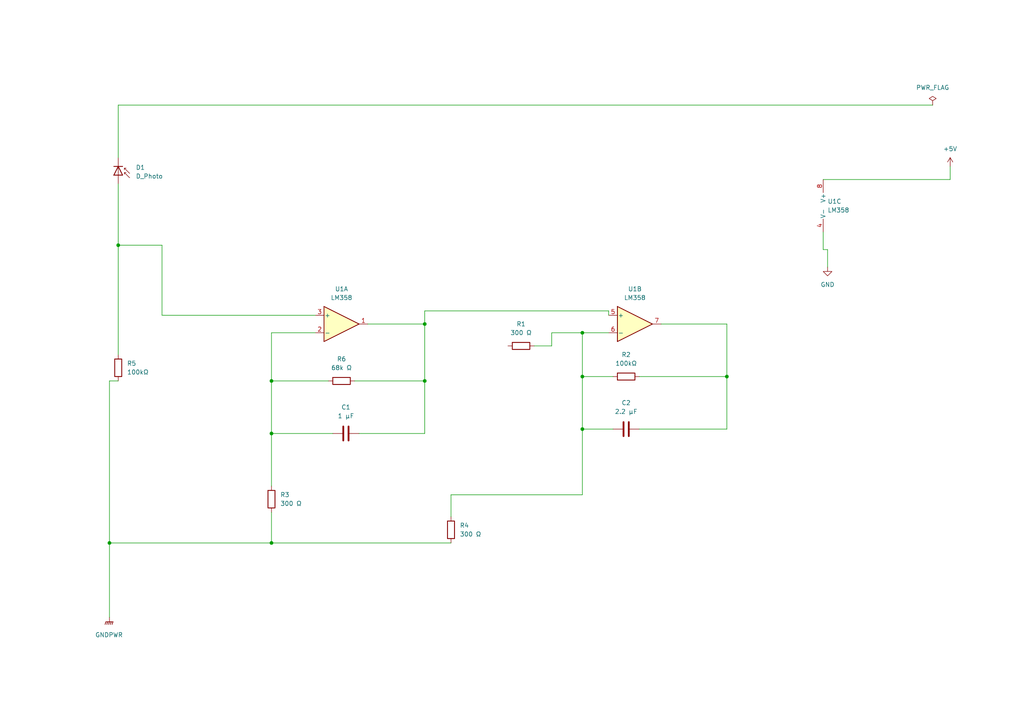
<source format=kicad_sch>
(kicad_sch (version 20211123) (generator eeschema)
  (paper "A4")
  (lib_symbols
    (symbol "Amplifier_Operational:LM358" (pin_names (offset 0.127))
      (property "Reference" "U" (at 0 5.08 0))
      (property "Value" "LM358" (at 0 -5.08 0))
      (symbol "LM358_1_1"
        (polyline (pts (xy -5.08 5.08) (xy 5.08 0) (xy -5.08 -5.08) (xy -5.08 5.08)) (stroke (width 0.254)) (fill (type background)))
        (pin output line (at 7.62 0 180) (length 2.54) (name "~") (number "1"))
        (pin input line (at -7.62 -2.54 0) (length 2.54) (name "-") (number "2"))
        (pin input line (at -7.62 2.54 0) (length 2.54) (name "+") (number "3"))
      )
      (symbol "LM358_2_1"
        (polyline (pts (xy -5.08 5.08) (xy 5.08 0) (xy -5.08 -5.08) (xy -5.08 5.08)) (stroke (width 0.254)) (fill (type background)))
        (pin input line (at -7.62 2.54 0) (length 2.54) (name "+") (number "5"))
        (pin input line (at -7.62 -2.54 0) (length 2.54) (name "-") (number "6"))
        (pin output line (at 7.62 0 180) (length 2.54) (name "~") (number "7"))
      )
      (symbol "LM358_3_1"
        (pin power_in line (at -2.54 -7.62 90) (length 3.81) (name "V-") (number "4"))
        (pin power_in line (at -2.54 7.62 270) (length 3.81) (name "V+") (number "8"))
      )
    )
    (symbol "Device:C" (pin_numbers hide) (pin_names (offset 0.254))
      (property "Reference" "C" (at 0.635 2.54 0))
      (property "Value" "C" (at 0.635 -2.54 0))
      (symbol "C_0_1"
        (polyline (pts (xy -2.032 -0.762) (xy 2.032 -0.762)) (stroke (width 0.508)))
        (polyline (pts (xy -2.032 0.762) (xy 2.032 0.762)) (stroke (width 0.508)))
      )
      (symbol "C_1_1"
        (pin passive line (at 0 3.81 270) (length 2.794) (name "~") (number "1"))
        (pin passive line (at 0 -3.81 90) (length 2.794) (name "~") (number "2"))
      )
    )
    (symbol "Device:D_Photo" (pin_numbers hide) (pin_names hide)
      (property "Reference" "D" (at 0.508 1.778 0))
      (property "Value" "D_Photo" (at -1.016 -2.794 0))
      (symbol "D_Photo_0_1"
        (polyline (pts (xy -2.54 1.27) (xy -2.54 -1.27)) (stroke (width 0.254)))
        (polyline (pts (xy -2.032 1.778) (xy -1.524 1.778)))
        (polyline (pts (xy 0 0) (xy -2.54 0)))
        (polyline (pts (xy -0.508 3.302) (xy -2.032 1.778) (xy -2.032 2.286)))
        (polyline (pts (xy 0 -1.27) (xy 0 1.27) (xy -2.54 0) (xy 0 -1.27)) (stroke (width 0.254)))
        (polyline (pts (xy 0.762 3.302) (xy -0.762 1.778) (xy -0.762 2.286) (xy -0.762 1.778) (xy -0.254 1.778)))
      )
      (symbol "D_Photo_1_1"
        (pin passive line (at -5.08 0 0) (length 2.54) (name "K") (number "1"))
        (pin passive line (at 2.54 0 180) (length 2.54) (name "A") (number "2"))
      )
    )
    (symbol "Device:R" (pin_numbers hide) (pin_names (offset 0))
      (property "Reference" "R" (at 2.032 0 90))
      (property "Value" "R" (at 0 0 90))
      (symbol "R_0_1"
        (rectangle (start -1.016 -2.54) (end 1.016 2.54) (stroke (width 0.254)))
      )
      (symbol "R_1_1"
        (pin passive line (at 0 3.81 270) (length 1.27) (name "~") (number "1"))
        (pin passive line (at 0 -3.81 90) (length 1.27) (name "~") (number "2"))
      )
    )
    (symbol "power:+5V" (power) (pin_names (offset 0))
      (property "Value" "+5V" (at 0 3.556 0))
      (symbol "+5V_0_1"
        (polyline (pts (xy -0.762 1.27) (xy 0 2.54)))
        (polyline (pts (xy 0 0) (xy 0 2.54)))
        (polyline (pts (xy 0 2.54) (xy 0.762 1.27)))
      )
      (symbol "+5V_1_1"
        (pin power_in line (at 0 0 90) (length 0) hide (name "+5V") (number "1"))
      )
    )
    (symbol "power:GND" (power) (pin_names (offset 0))
      (property "Value" "GND" (at 0 -3.81 0))
      (symbol "GND_0_1"
        (polyline (pts (xy 0 0) (xy 0 -1.27) (xy 1.27 -1.27) (xy 0 -2.54) (xy -1.27 -1.27) (xy 0 -1.27)))
      )
      (symbol "GND_1_1"
        (pin power_in line (at 0 0 270) (length 0) hide (name "GND") (number "1"))
      )
    )
    (symbol "power:GNDPWR" (power) (pin_names (offset 0))
      (property "Value" "GNDPWR" (at 0 -3.302 0))
      (symbol "GNDPWR_0_1"
        (polyline (pts (xy 0 -1.27) (xy 0 0)))
        (polyline (pts (xy -1.016 -1.27) (xy -1.27 -2.032) (xy -1.27 -2.032)) (stroke (width 0.2032)))
        (polyline (pts (xy -0.508 -1.27) (xy -0.762 -2.032) (xy -0.762 -2.032)) (stroke (width 0.2032)))
        (polyline (pts (xy 0 -1.27) (xy -0.254 -2.032) (xy -0.254 -2.032)) (stroke (width 0.2032)))
        (polyline (pts (xy 0.508 -1.27) (xy 0.254 -2.032) (xy 0.254 -2.032)) (stroke (width 0.2032)))
        (polyline (pts (xy 1.016 -1.27) (xy -1.016 -1.27) (xy -1.016 -1.27)) (stroke (width 0.2032)))
        (polyline (pts (xy 1.016 -1.27) (xy 0.762 -2.032) (xy 0.762 -2.032) (xy 0.762 -2.032)) (stroke (width 0.2032)))
      )
      (symbol "GNDPWR_1_1"
        (pin power_in line (at 0 0 270) (length 0) hide (name "GNDPWR") (number "1"))
      )
    )
    (symbol "power:PWR_FLAG" (power) (pin_numbers hide) (pin_names (offset 0) hide)
      (property "Value" "PWR_FLAG" (at 0 3.81 0))
      (symbol "PWR_FLAG_0_0"
        (pin power_out line (at 0 0 90) (length 0) (name "pwr") (number "1"))
      )
      (symbol "PWR_FLAG_0_1"
        (polyline (pts (xy 0 0) (xy 0 1.27) (xy -1.016 1.905) (xy 0 2.54) (xy 1.016 1.905) (xy 0 1.27)))
      )
    )
  )
  (junction (at 168.91 109.22))
  (junction (at 210.82 109.22))
  (junction (at 78.74 125.73))
  (junction (at 123.19 93.98))
  (junction (at 168.91 96.52))
  (junction (at 123.19 110.49))
  (junction (at 34.29 71.12))
  (junction (at 31.75 157.48))
  (junction (at 78.74 157.48))
  (junction (at 78.74 110.49))
  (junction (at 168.91 124.46))
  (wire (pts (xy 78.74 125.73) (xy 96.52 125.73)))
  (wire (pts (xy 46.99 91.44) (xy 46.99 71.12)))
  (wire (pts (xy 104.14 125.73) (xy 123.19 125.73)))
  (wire (pts (xy 123.19 93.98) (xy 106.68 93.98)))
  (wire (pts (xy 78.74 96.52) (xy 78.74 110.49)))
  (wire (pts (xy 238.76 72.39) (xy 240.03 72.39)))
  (wire (pts (xy 168.91 124.46) (xy 177.8 124.46)))
  (wire (pts (xy 78.74 110.49) (xy 95.25 110.49)))
  (wire (pts (xy 191.77 93.98) (xy 210.82 93.98)))
  (wire (pts (xy 31.75 157.48) (xy 31.75 110.49)))
  (wire (pts (xy 91.44 96.52) (xy 78.74 96.52)))
  (wire (pts (xy 238.76 52.07) (xy 275.59 52.07)))
  (wire (pts (xy 34.29 71.12) (xy 34.29 102.87)))
  (wire (pts (xy 168.91 124.46) (xy 168.91 109.22)))
  (wire (pts (xy 123.19 93.98) (xy 123.19 110.49)))
  (wire (pts (xy 31.75 179.07) (xy 31.75 157.48)))
  (wire (pts (xy 31.75 110.49) (xy 34.29 110.49)))
  (wire (pts (xy 34.29 30.48) (xy 34.29 45.72)))
  (wire (pts (xy 176.53 90.17) (xy 176.53 91.44)))
  (wire (pts (xy 78.74 125.73) (xy 78.74 140.97)))
  (wire (pts (xy 210.82 109.22) (xy 210.82 93.98)))
  (wire (pts (xy 240.03 72.39) (xy 240.03 77.47)))
  (wire (pts (xy 270.51 30.48) (xy 34.29 30.48)))
  (wire (pts (xy 91.44 91.44) (xy 46.99 91.44)))
  (wire (pts (xy 238.76 67.31) (xy 238.76 72.39)))
  (wire (pts (xy 123.19 90.17) (xy 123.19 93.98)))
  (wire (pts (xy 168.91 96.52) (xy 160.02 96.52)))
  (wire (pts (xy 185.42 124.46) (xy 210.82 124.46)))
  (wire (pts (xy 168.91 96.52) (xy 168.91 109.22)))
  (wire (pts (xy 160.02 96.52) (xy 160.02 100.33)))
  (wire (pts (xy 78.74 110.49) (xy 78.74 125.73)))
  (wire (pts (xy 78.74 148.59) (xy 78.74 157.48)))
  (wire (pts (xy 176.53 96.52) (xy 168.91 96.52)))
  (wire (pts (xy 123.19 110.49) (xy 123.19 125.73)))
  (wire (pts (xy 34.29 53.34) (xy 34.29 71.12)))
  (wire (pts (xy 168.91 143.51) (xy 168.91 124.46)))
  (wire (pts (xy 123.19 90.17) (xy 176.53 90.17)))
  (wire (pts (xy 130.81 143.51) (xy 168.91 143.51)))
  (wire (pts (xy 177.8 109.22) (xy 168.91 109.22)))
  (wire (pts (xy 275.59 52.07) (xy 275.59 48.26)))
  (wire (pts (xy 185.42 109.22) (xy 210.82 109.22)))
  (wire (pts (xy 46.99 71.12) (xy 34.29 71.12)))
  (wire (pts (xy 102.87 110.49) (xy 123.19 110.49)))
  (wire (pts (xy 210.82 124.46) (xy 210.82 109.22)))
  (wire (pts (xy 78.74 157.48) (xy 130.81 157.48)))
  (wire (pts (xy 31.75 157.48) (xy 78.74 157.48)))
  (wire (pts (xy 160.02 100.33) (xy 154.94 100.33)))
  (wire (pts (xy 130.81 149.86) (xy 130.81 143.51)))
  (symbol (lib_id "Device:R") (at 99.06 110.49 90) (unit 1)
    (property "Reference" "R6" (at 99.06 104.14 90))
    (property "Value" "68k Ω" (at 99.06 106.68 90))
    (property "Footprint" "Resistor_THT:R_Axial_DIN0207_L6.3mm_D2.5mm_P10.16mm_Horizontal" (effects hide))
  )
  (symbol (lib_id "Device:C") (at 181.61 124.46 90) (unit 1)
    (property "Reference" "C2" (at 181.61 116.84 90))
    (property "Value" "2.2 μF" (at 181.61 119.38 90))
    (property "Footprint" "Capacitor_THT:CP_Radial_D5.0mm_P2.50mm" (effects hide))
  )
  (symbol (lib_id "Device:D_Photo") (at 34.29 50.8 270) (unit 1)
    (property "Reference" "D1" (at 39.37 48.5774 90) (effects (justify left)))
    (property "Value" "D_Photo" (at 39.37 51.1174 90) (effects (justify left)))
    (property "Footprint" "Diode_THT:D_DO-247_Vertical" (effects hide))
  )
  (symbol (lib_id "Device:R") (at 130.81 153.67 0) (unit 1)
    (property "Reference" "R4" (at 133.35 152.3999 0) (effects (justify left)))
    (property "Value" "300 Ω" (at 133.35 154.9399 0) (effects (justify left)))
    (property "Footprint" "Resistor_THT:R_Axial_DIN0207_L6.3mm_D2.5mm_P10.16mm_Horizontal" (effects hide))
  )
  (symbol (lib_id "Device:R") (at 34.29 106.68 0) (unit 1)
    (property "Reference" "R5" (at 36.83 105.4099 0) (effects (justify left)))
    (property "Value" "100kΩ" (at 36.83 107.9499 0) (effects (justify left)))
    (property "Footprint" "Resistor_THT:R_Axial_DIN0207_L6.3mm_D2.5mm_P10.16mm_Horizontal" (effects hide))
  )
  (symbol (lib_id "power:GND") (at 240.03 77.47 0) (unit 1)
    (property "Reference" "#PWR?" (effects hide))
    (property "Value" "GND" (at 240.03 82.55 0))
  )
  (symbol (lib_id "Amplifier_Operational:LM358") (at 99.06 93.98 0) (unit 1)
    (property "Reference" "U1" (at 99.06 83.82 0))
    (property "Value" "LM358" (at 99.06 86.36 0))
    (property "Footprint" "Package_DIP:SMDIP-8_W9.53mm" (effects hide))
    (property "Datasheet" "http://www.ti.com/lit/ds/symlink/lm2904-n.pdf" (effects hide))
  )
  (symbol (lib_id "Amplifier_Operational:LM358") (at 241.3 59.69 0) (unit 3)
    (property "Reference" "U1" (at 240.03 58.4199 0) (effects (justify left)))
    (property "Value" "LM358" (at 240.03 60.9599 0) (effects (justify left)))
    (property "Footprint" "Package_DIP:SMDIP-8_W9.53mm" (effects hide))
    (property "Datasheet" "http://www.ti.com/lit/ds/symlink/lm2904-n.pdf" (effects hide))
  )
  (symbol (lib_id "Device:R") (at 151.13 100.33 90) (unit 1)
    (property "Reference" "R1" (at 151.13 93.98 90))
    (property "Value" "300 Ω" (at 151.13 96.52 90))
    (property "Footprint" "Resistor_THT:R_Axial_DIN0207_L6.3mm_D2.5mm_P10.16mm_Horizontal" (effects hide))
  )
  (symbol (lib_id "power:PWR_FLAG") (at 270.51 30.48 0) (unit 1)
    (property "Reference" "#FLG01" (effects hide))
    (property "Value" "PWR_FLAG" (at 270.51 25.4 0))
  )
  (symbol (lib_id "Device:R") (at 181.61 109.22 90) (unit 1)
    (property "Reference" "R2" (at 181.61 102.87 90))
    (property "Value" "100kΩ" (at 181.61 105.41 90))
    (property "Footprint" "Resistor_THT:R_Axial_DIN0207_L6.3mm_D2.5mm_P10.16mm_Horizontal" (effects hide))
  )
  (symbol (lib_id "Amplifier_Operational:LM358") (at 184.15 93.98 0) (unit 2)
    (property "Reference" "U1" (at 184.15 83.82 0))
    (property "Value" "LM358" (at 184.15 86.36 0))
    (property "Footprint" "Package_DIP:SMDIP-8_W9.53mm" (effects hide))
    (property "Datasheet" "http://www.ti.com/lit/ds/symlink/lm2904-n.pdf" (effects hide))
  )
  (symbol (lib_id "Device:C") (at 100.33 125.73 270) (unit 1)
    (property "Reference" "C1" (at 100.33 118.11 90))
    (property "Value" "1 μF" (at 100.33 120.65 90))
    (property "Footprint" "Capacitor_THT:CP_Radial_D5.0mm_P2.50mm" (effects hide))
  )
  (symbol (lib_id "power:+5V") (at 275.59 48.26 0) (unit 1)
    (property "Reference" "#PWR?" (effects hide))
    (property "Value" "+5V" (at 275.59 43.18 0))
  )
  (symbol (lib_id "Device:R") (at 78.74 144.78 0) (unit 1)
    (property "Reference" "R3" (at 81.28 143.5099 0) (effects (justify left)))
    (property "Value" "300 Ω" (at 81.28 146.0499 0) (effects (justify left)))
    (property "Footprint" "Resistor_THT:R_Axial_DIN0207_L6.3mm_D2.5mm_P10.16mm_Horizontal" (effects hide))
  )
  (symbol (lib_id "power:GNDPWR") (at 31.75 179.07 0) (unit 1)
    (property "Reference" "#PWR01" (effects hide))
    (property "Value" "GNDPWR" (at 31.623 184.15 0))
  )
)
</source>
